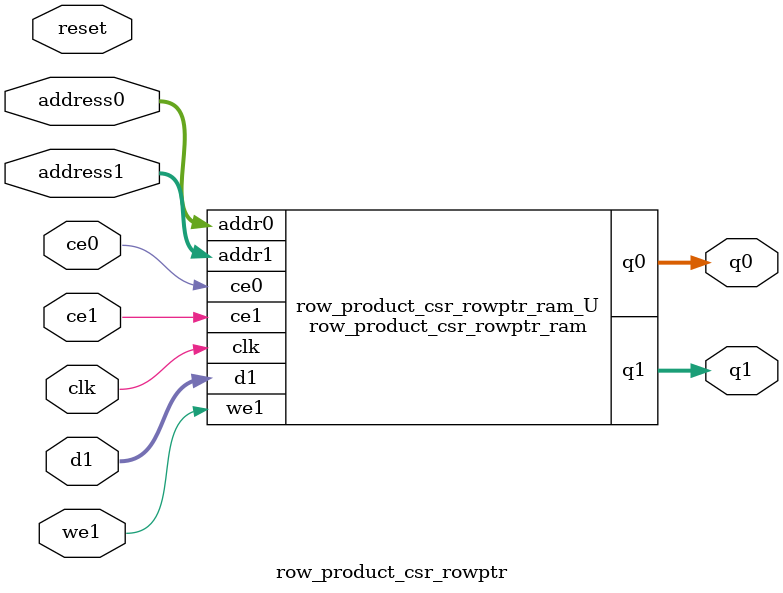
<source format=v>
`timescale 1 ns / 1 ps
module row_product_csr_rowptr_ram (addr0, ce0, q0, addr1, ce1, d1, we1, q1,  clk);

parameter DWIDTH = 32;
parameter AWIDTH = 3;
parameter MEM_SIZE = 5;

input[AWIDTH-1:0] addr0;
input ce0;
output reg[DWIDTH-1:0] q0;
input[AWIDTH-1:0] addr1;
input ce1;
input[DWIDTH-1:0] d1;
input we1;
output reg[DWIDTH-1:0] q1;
input clk;

(* ram_style = "block" *)reg [DWIDTH-1:0] ram[0:MEM_SIZE-1];




always @(posedge clk)  
begin 
    if (ce0) begin
        q0 <= ram[addr0];
    end
end


always @(posedge clk)  
begin 
    if (ce1) begin
        if (we1) 
            ram[addr1] <= d1; 
        q1 <= ram[addr1];
    end
end


endmodule

`timescale 1 ns / 1 ps
module row_product_csr_rowptr(
    reset,
    clk,
    address0,
    ce0,
    q0,
    address1,
    ce1,
    we1,
    d1,
    q1);

parameter DataWidth = 32'd32;
parameter AddressRange = 32'd5;
parameter AddressWidth = 32'd3;
input reset;
input clk;
input[AddressWidth - 1:0] address0;
input ce0;
output[DataWidth - 1:0] q0;
input[AddressWidth - 1:0] address1;
input ce1;
input we1;
input[DataWidth - 1:0] d1;
output[DataWidth - 1:0] q1;



row_product_csr_rowptr_ram row_product_csr_rowptr_ram_U(
    .clk( clk ),
    .addr0( address0 ),
    .ce0( ce0 ),
    .q0( q0 ),
    .addr1( address1 ),
    .ce1( ce1 ),
    .we1( we1 ),
    .d1( d1 ),
    .q1( q1 ));

endmodule


</source>
